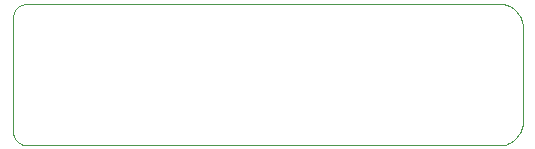
<source format=gm1>
G75*
%MOIN*%
%OFA0B0*%
%FSLAX24Y24*%
%IPPOS*%
%LPD*%
%AMOC8*
5,1,8,0,0,1.08239X$1,22.5*
%
%ADD10C,0.0000*%
D10*
X001180Y000680D02*
X016893Y000680D01*
X016947Y000682D01*
X017000Y000687D01*
X017053Y000696D01*
X017105Y000709D01*
X017157Y000725D01*
X017207Y000745D01*
X017255Y000768D01*
X017302Y000795D01*
X017347Y000824D01*
X017390Y000857D01*
X017430Y000892D01*
X017468Y000930D01*
X017503Y000970D01*
X017536Y001013D01*
X017565Y001058D01*
X017592Y001105D01*
X017615Y001153D01*
X017635Y001203D01*
X017651Y001255D01*
X017664Y001307D01*
X017673Y001360D01*
X017678Y001413D01*
X017680Y001467D01*
X017680Y004617D01*
X017678Y004671D01*
X017673Y004724D01*
X017664Y004777D01*
X017651Y004829D01*
X017635Y004881D01*
X017615Y004931D01*
X017592Y004979D01*
X017565Y005026D01*
X017536Y005071D01*
X017503Y005114D01*
X017468Y005154D01*
X017430Y005192D01*
X017390Y005227D01*
X017347Y005260D01*
X017302Y005289D01*
X017255Y005316D01*
X017207Y005339D01*
X017157Y005359D01*
X017105Y005375D01*
X017053Y005388D01*
X017000Y005397D01*
X016947Y005402D01*
X016893Y005404D01*
X001180Y005404D01*
X001136Y005402D01*
X001093Y005396D01*
X001051Y005387D01*
X001009Y005374D01*
X000969Y005357D01*
X000930Y005337D01*
X000893Y005314D01*
X000859Y005287D01*
X000826Y005258D01*
X000797Y005225D01*
X000770Y005191D01*
X000747Y005154D01*
X000727Y005115D01*
X000710Y005075D01*
X000697Y005033D01*
X000688Y004991D01*
X000682Y004948D01*
X000680Y004904D01*
X000680Y001180D01*
X000682Y001136D01*
X000688Y001093D01*
X000697Y001051D01*
X000710Y001009D01*
X000727Y000969D01*
X000747Y000930D01*
X000770Y000893D01*
X000797Y000859D01*
X000826Y000826D01*
X000859Y000797D01*
X000893Y000770D01*
X000930Y000747D01*
X000969Y000727D01*
X001009Y000710D01*
X001051Y000697D01*
X001093Y000688D01*
X001136Y000682D01*
X001180Y000680D01*
M02*

</source>
